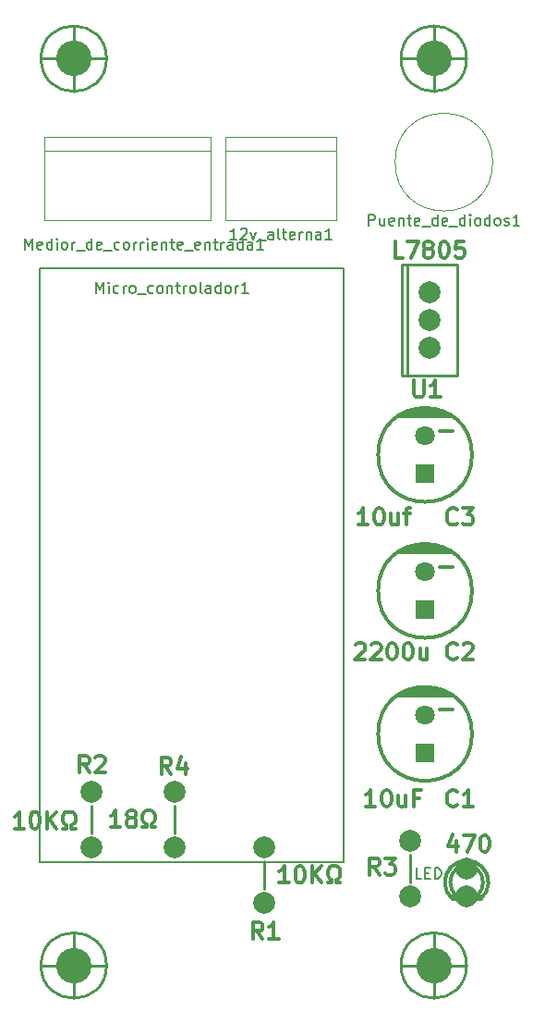
<source format=gbr>
%TF.GenerationSoftware,KiCad,Pcbnew,(6.0.4)*%
%TF.CreationDate,2022-05-06T13:14:28-03:00*%
%TF.ProjectId,kicad proyecto,6b696361-6420-4707-926f-796563746f2e,rev?*%
%TF.SameCoordinates,Original*%
%TF.FileFunction,Legend,Top*%
%TF.FilePolarity,Positive*%
%FSLAX46Y46*%
G04 Gerber Fmt 4.6, Leading zero omitted, Abs format (unit mm)*
G04 Created by KiCad (PCBNEW (6.0.4)) date 2022-05-06 13:14:28*
%MOMM*%
%LPD*%
G01*
G04 APERTURE LIST*
%ADD10C,0.304800*%
%ADD11C,0.150000*%
%ADD12C,0.200000*%
%ADD13C,0.254000*%
%ADD14C,0.300000*%
%ADD15C,0.120000*%
%ADD16C,0.127000*%
%ADD17C,0.299720*%
%ADD18C,3.250000*%
%ADD19R,1.800000X1.800000*%
%ADD20C,1.800000*%
%ADD21C,2.000000*%
%ADD22C,1.998980*%
G04 APERTURE END LIST*
D10*
%TO.C,C2*%
X141118428Y-128849285D02*
X141045856Y-128921857D01*
X140828142Y-128994428D01*
X140682999Y-128994428D01*
X140465285Y-128921857D01*
X140320142Y-128776714D01*
X140247570Y-128631571D01*
X140174999Y-128341285D01*
X140174999Y-128123571D01*
X140247570Y-127833285D01*
X140320142Y-127688142D01*
X140465285Y-127543000D01*
X140682999Y-127470428D01*
X140828142Y-127470428D01*
X141045856Y-127543000D01*
X141118428Y-127615571D01*
X141698999Y-127615571D02*
X141771570Y-127543000D01*
X141916713Y-127470428D01*
X142279570Y-127470428D01*
X142424713Y-127543000D01*
X142497285Y-127615571D01*
X142569856Y-127760714D01*
X142569856Y-127905857D01*
X142497285Y-128123571D01*
X141626428Y-128994428D01*
X142569856Y-128994428D01*
X131847428Y-127627571D02*
X131919999Y-127555000D01*
X132065142Y-127482428D01*
X132427999Y-127482428D01*
X132573142Y-127555000D01*
X132645713Y-127627571D01*
X132718285Y-127772714D01*
X132718285Y-127917857D01*
X132645713Y-128135571D01*
X131774856Y-129006428D01*
X132718285Y-129006428D01*
X133298856Y-127627571D02*
X133371428Y-127555000D01*
X133516570Y-127482428D01*
X133879428Y-127482428D01*
X134024570Y-127555000D01*
X134097142Y-127627571D01*
X134169713Y-127772714D01*
X134169713Y-127917857D01*
X134097142Y-128135571D01*
X133226285Y-129006428D01*
X134169713Y-129006428D01*
X135113142Y-127482428D02*
X135258285Y-127482428D01*
X135403428Y-127555000D01*
X135475999Y-127627571D01*
X135548570Y-127772714D01*
X135621142Y-128063000D01*
X135621142Y-128425857D01*
X135548570Y-128716142D01*
X135475999Y-128861285D01*
X135403428Y-128933857D01*
X135258285Y-129006428D01*
X135113142Y-129006428D01*
X134967999Y-128933857D01*
X134895428Y-128861285D01*
X134822856Y-128716142D01*
X134750285Y-128425857D01*
X134750285Y-128063000D01*
X134822856Y-127772714D01*
X134895428Y-127627571D01*
X134967999Y-127555000D01*
X135113142Y-127482428D01*
X136564570Y-127482428D02*
X136709713Y-127482428D01*
X136854856Y-127555000D01*
X136927428Y-127627571D01*
X136999999Y-127772714D01*
X137072570Y-128063000D01*
X137072570Y-128425857D01*
X136999999Y-128716142D01*
X136927428Y-128861285D01*
X136854856Y-128933857D01*
X136709713Y-129006428D01*
X136564570Y-129006428D01*
X136419428Y-128933857D01*
X136346856Y-128861285D01*
X136274285Y-128716142D01*
X136201713Y-128425857D01*
X136201713Y-128063000D01*
X136274285Y-127772714D01*
X136346856Y-127627571D01*
X136419428Y-127555000D01*
X136564570Y-127482428D01*
X138378856Y-127990428D02*
X138378856Y-129006428D01*
X137725713Y-127990428D02*
X137725713Y-128788714D01*
X137798285Y-128933857D01*
X137943428Y-129006428D01*
X138161142Y-129006428D01*
X138306285Y-128933857D01*
X138378856Y-128861285D01*
%TO.C,U1*%
X137188057Y-103467428D02*
X137188057Y-104701142D01*
X137260628Y-104846285D01*
X137333200Y-104918857D01*
X137478342Y-104991428D01*
X137768628Y-104991428D01*
X137913771Y-104918857D01*
X137986342Y-104846285D01*
X138058914Y-104701142D01*
X138058914Y-103467428D01*
X139582914Y-104991428D02*
X138712057Y-104991428D01*
X139147485Y-104991428D02*
X139147485Y-103467428D01*
X139002342Y-103685142D01*
X138857200Y-103830285D01*
X138712057Y-103902857D01*
X136172057Y-92240628D02*
X135446342Y-92240628D01*
X135446342Y-90716628D01*
X136534914Y-90716628D02*
X137550914Y-90716628D01*
X136897771Y-92240628D01*
X138349200Y-91369771D02*
X138204057Y-91297200D01*
X138131485Y-91224628D01*
X138058914Y-91079485D01*
X138058914Y-91006914D01*
X138131485Y-90861771D01*
X138204057Y-90789200D01*
X138349200Y-90716628D01*
X138639485Y-90716628D01*
X138784628Y-90789200D01*
X138857200Y-90861771D01*
X138929771Y-91006914D01*
X138929771Y-91079485D01*
X138857200Y-91224628D01*
X138784628Y-91297200D01*
X138639485Y-91369771D01*
X138349200Y-91369771D01*
X138204057Y-91442342D01*
X138131485Y-91514914D01*
X138058914Y-91660057D01*
X138058914Y-91950342D01*
X138131485Y-92095485D01*
X138204057Y-92168057D01*
X138349200Y-92240628D01*
X138639485Y-92240628D01*
X138784628Y-92168057D01*
X138857200Y-92095485D01*
X138929771Y-91950342D01*
X138929771Y-91660057D01*
X138857200Y-91514914D01*
X138784628Y-91442342D01*
X138639485Y-91369771D01*
X139873200Y-90716628D02*
X140018342Y-90716628D01*
X140163485Y-90789200D01*
X140236057Y-90861771D01*
X140308628Y-91006914D01*
X140381200Y-91297200D01*
X140381200Y-91660057D01*
X140308628Y-91950342D01*
X140236057Y-92095485D01*
X140163485Y-92168057D01*
X140018342Y-92240628D01*
X139873200Y-92240628D01*
X139728057Y-92168057D01*
X139655485Y-92095485D01*
X139582914Y-91950342D01*
X139510342Y-91660057D01*
X139510342Y-91297200D01*
X139582914Y-91006914D01*
X139655485Y-90861771D01*
X139728057Y-90789200D01*
X139873200Y-90716628D01*
X141760057Y-90716628D02*
X141034342Y-90716628D01*
X140961771Y-91442342D01*
X141034342Y-91369771D01*
X141179485Y-91297200D01*
X141542342Y-91297200D01*
X141687485Y-91369771D01*
X141760057Y-91442342D01*
X141832628Y-91587485D01*
X141832628Y-91950342D01*
X141760057Y-92095485D01*
X141687485Y-92168057D01*
X141542342Y-92240628D01*
X141179485Y-92240628D01*
X141034342Y-92168057D01*
X140961771Y-92095485D01*
%TO.C,R2*%
X107412000Y-139332228D02*
X106904000Y-138606514D01*
X106541142Y-139332228D02*
X106541142Y-137808228D01*
X107121714Y-137808228D01*
X107266857Y-137880800D01*
X107339428Y-137953371D01*
X107412000Y-138098514D01*
X107412000Y-138316228D01*
X107339428Y-138461371D01*
X107266857Y-138533942D01*
X107121714Y-138606514D01*
X106541142Y-138606514D01*
X107992571Y-137953371D02*
X108065142Y-137880800D01*
X108210285Y-137808228D01*
X108573142Y-137808228D01*
X108718285Y-137880800D01*
X108790857Y-137953371D01*
X108863428Y-138098514D01*
X108863428Y-138243657D01*
X108790857Y-138461371D01*
X107920000Y-139332228D01*
X108863428Y-139332228D01*
X101424857Y-144463028D02*
X100554000Y-144463028D01*
X100989428Y-144463028D02*
X100989428Y-142939028D01*
X100844285Y-143156742D01*
X100699142Y-143301885D01*
X100554000Y-143374457D01*
X102368285Y-142939028D02*
X102513428Y-142939028D01*
X102658571Y-143011600D01*
X102731142Y-143084171D01*
X102803714Y-143229314D01*
X102876285Y-143519600D01*
X102876285Y-143882457D01*
X102803714Y-144172742D01*
X102731142Y-144317885D01*
X102658571Y-144390457D01*
X102513428Y-144463028D01*
X102368285Y-144463028D01*
X102223142Y-144390457D01*
X102150571Y-144317885D01*
X102078000Y-144172742D01*
X102005428Y-143882457D01*
X102005428Y-143519600D01*
X102078000Y-143229314D01*
X102150571Y-143084171D01*
X102223142Y-143011600D01*
X102368285Y-142939028D01*
X103529428Y-144463028D02*
X103529428Y-142939028D01*
X104400285Y-144463028D02*
X103747142Y-143592171D01*
X104400285Y-142939028D02*
X103529428Y-143809885D01*
X104980857Y-144463028D02*
X105343714Y-144463028D01*
X105343714Y-144172742D01*
X105198571Y-144100171D01*
X105053428Y-143955028D01*
X104980857Y-143737314D01*
X104980857Y-143374457D01*
X105053428Y-143156742D01*
X105198571Y-143011600D01*
X105416285Y-142939028D01*
X105706571Y-142939028D01*
X105924285Y-143011600D01*
X106069428Y-143156742D01*
X106142000Y-143374457D01*
X106142000Y-143737314D01*
X106069428Y-143955028D01*
X105924285Y-144100171D01*
X105779142Y-144172742D01*
X105779142Y-144463028D01*
X106142000Y-144463028D01*
%TO.C,C1*%
X141118428Y-142311285D02*
X141045856Y-142383857D01*
X140828142Y-142456428D01*
X140682999Y-142456428D01*
X140465285Y-142383857D01*
X140320142Y-142238714D01*
X140247570Y-142093571D01*
X140174999Y-141803285D01*
X140174999Y-141585571D01*
X140247570Y-141295285D01*
X140320142Y-141150142D01*
X140465285Y-141005000D01*
X140682999Y-140932428D01*
X140828142Y-140932428D01*
X141045856Y-141005000D01*
X141118428Y-141077571D01*
X142569856Y-142456428D02*
X141698999Y-142456428D01*
X142134428Y-142456428D02*
X142134428Y-140932428D01*
X141989285Y-141150142D01*
X141844142Y-141295285D01*
X141698999Y-141367857D01*
X133643570Y-142456428D02*
X132772713Y-142456428D01*
X133208142Y-142456428D02*
X133208142Y-140932428D01*
X133062999Y-141150142D01*
X132917856Y-141295285D01*
X132772713Y-141367857D01*
X134586999Y-140932428D02*
X134732142Y-140932428D01*
X134877285Y-141005000D01*
X134949856Y-141077571D01*
X135022428Y-141222714D01*
X135094999Y-141513000D01*
X135094999Y-141875857D01*
X135022428Y-142166142D01*
X134949856Y-142311285D01*
X134877285Y-142383857D01*
X134732142Y-142456428D01*
X134586999Y-142456428D01*
X134441856Y-142383857D01*
X134369285Y-142311285D01*
X134296713Y-142166142D01*
X134224142Y-141875857D01*
X134224142Y-141513000D01*
X134296713Y-141222714D01*
X134369285Y-141077571D01*
X134441856Y-141005000D01*
X134586999Y-140932428D01*
X136401285Y-141440428D02*
X136401285Y-142456428D01*
X135748142Y-141440428D02*
X135748142Y-142238714D01*
X135820713Y-142383857D01*
X135965856Y-142456428D01*
X136183570Y-142456428D01*
X136328713Y-142383857D01*
X136401285Y-142311285D01*
X137634999Y-141658142D02*
X137126999Y-141658142D01*
X137126999Y-142456428D02*
X137126999Y-140932428D01*
X137852713Y-140932428D01*
D11*
%TO.C,Medior_de_corriente_entrada1*%
X101563047Y-91452380D02*
X101563047Y-90452380D01*
X101896380Y-91166666D01*
X102229714Y-90452380D01*
X102229714Y-91452380D01*
X103086857Y-91404761D02*
X102991619Y-91452380D01*
X102801142Y-91452380D01*
X102705904Y-91404761D01*
X102658285Y-91309523D01*
X102658285Y-90928571D01*
X102705904Y-90833333D01*
X102801142Y-90785714D01*
X102991619Y-90785714D01*
X103086857Y-90833333D01*
X103134476Y-90928571D01*
X103134476Y-91023809D01*
X102658285Y-91119047D01*
X103991619Y-91452380D02*
X103991619Y-90452380D01*
X103991619Y-91404761D02*
X103896380Y-91452380D01*
X103705904Y-91452380D01*
X103610666Y-91404761D01*
X103563047Y-91357142D01*
X103515428Y-91261904D01*
X103515428Y-90976190D01*
X103563047Y-90880952D01*
X103610666Y-90833333D01*
X103705904Y-90785714D01*
X103896380Y-90785714D01*
X103991619Y-90833333D01*
X104467809Y-91452380D02*
X104467809Y-90785714D01*
X104467809Y-90452380D02*
X104420190Y-90500000D01*
X104467809Y-90547619D01*
X104515428Y-90500000D01*
X104467809Y-90452380D01*
X104467809Y-90547619D01*
X105086857Y-91452380D02*
X104991619Y-91404761D01*
X104943999Y-91357142D01*
X104896380Y-91261904D01*
X104896380Y-90976190D01*
X104943999Y-90880952D01*
X104991619Y-90833333D01*
X105086857Y-90785714D01*
X105229714Y-90785714D01*
X105324952Y-90833333D01*
X105372571Y-90880952D01*
X105420190Y-90976190D01*
X105420190Y-91261904D01*
X105372571Y-91357142D01*
X105324952Y-91404761D01*
X105229714Y-91452380D01*
X105086857Y-91452380D01*
X105848761Y-91452380D02*
X105848761Y-90785714D01*
X105848761Y-90976190D02*
X105896380Y-90880952D01*
X105943999Y-90833333D01*
X106039238Y-90785714D01*
X106134476Y-90785714D01*
X106229714Y-91547619D02*
X106991619Y-91547619D01*
X107658285Y-91452380D02*
X107658285Y-90452380D01*
X107658285Y-91404761D02*
X107563047Y-91452380D01*
X107372571Y-91452380D01*
X107277333Y-91404761D01*
X107229714Y-91357142D01*
X107182095Y-91261904D01*
X107182095Y-90976190D01*
X107229714Y-90880952D01*
X107277333Y-90833333D01*
X107372571Y-90785714D01*
X107563047Y-90785714D01*
X107658285Y-90833333D01*
X108515428Y-91404761D02*
X108420190Y-91452380D01*
X108229714Y-91452380D01*
X108134476Y-91404761D01*
X108086857Y-91309523D01*
X108086857Y-90928571D01*
X108134476Y-90833333D01*
X108229714Y-90785714D01*
X108420190Y-90785714D01*
X108515428Y-90833333D01*
X108563047Y-90928571D01*
X108563047Y-91023809D01*
X108086857Y-91119047D01*
X108753523Y-91547619D02*
X109515428Y-91547619D01*
X110182095Y-91404761D02*
X110086857Y-91452380D01*
X109896380Y-91452380D01*
X109801142Y-91404761D01*
X109753523Y-91357142D01*
X109705904Y-91261904D01*
X109705904Y-90976190D01*
X109753523Y-90880952D01*
X109801142Y-90833333D01*
X109896380Y-90785714D01*
X110086857Y-90785714D01*
X110182095Y-90833333D01*
X110753523Y-91452380D02*
X110658285Y-91404761D01*
X110610666Y-91357142D01*
X110563047Y-91261904D01*
X110563047Y-90976190D01*
X110610666Y-90880952D01*
X110658285Y-90833333D01*
X110753523Y-90785714D01*
X110896380Y-90785714D01*
X110991619Y-90833333D01*
X111039238Y-90880952D01*
X111086857Y-90976190D01*
X111086857Y-91261904D01*
X111039238Y-91357142D01*
X110991619Y-91404761D01*
X110896380Y-91452380D01*
X110753523Y-91452380D01*
X111515428Y-91452380D02*
X111515428Y-90785714D01*
X111515428Y-90976190D02*
X111563047Y-90880952D01*
X111610666Y-90833333D01*
X111705904Y-90785714D01*
X111801142Y-90785714D01*
X112134476Y-91452380D02*
X112134476Y-90785714D01*
X112134476Y-90976190D02*
X112182095Y-90880952D01*
X112229714Y-90833333D01*
X112324952Y-90785714D01*
X112420190Y-90785714D01*
X112753523Y-91452380D02*
X112753523Y-90785714D01*
X112753523Y-90452380D02*
X112705904Y-90500000D01*
X112753523Y-90547619D01*
X112801142Y-90500000D01*
X112753523Y-90452380D01*
X112753523Y-90547619D01*
X113610666Y-91404761D02*
X113515428Y-91452380D01*
X113324952Y-91452380D01*
X113229714Y-91404761D01*
X113182095Y-91309523D01*
X113182095Y-90928571D01*
X113229714Y-90833333D01*
X113324952Y-90785714D01*
X113515428Y-90785714D01*
X113610666Y-90833333D01*
X113658285Y-90928571D01*
X113658285Y-91023809D01*
X113182095Y-91119047D01*
X114086857Y-90785714D02*
X114086857Y-91452380D01*
X114086857Y-90880952D02*
X114134476Y-90833333D01*
X114229714Y-90785714D01*
X114372571Y-90785714D01*
X114467809Y-90833333D01*
X114515428Y-90928571D01*
X114515428Y-91452380D01*
X114848761Y-90785714D02*
X115229714Y-90785714D01*
X114991619Y-90452380D02*
X114991619Y-91309523D01*
X115039238Y-91404761D01*
X115134476Y-91452380D01*
X115229714Y-91452380D01*
X115944000Y-91404761D02*
X115848761Y-91452380D01*
X115658285Y-91452380D01*
X115563047Y-91404761D01*
X115515428Y-91309523D01*
X115515428Y-90928571D01*
X115563047Y-90833333D01*
X115658285Y-90785714D01*
X115848761Y-90785714D01*
X115944000Y-90833333D01*
X115991619Y-90928571D01*
X115991619Y-91023809D01*
X115515428Y-91119047D01*
X116182095Y-91547619D02*
X116943999Y-91547619D01*
X117563047Y-91404761D02*
X117467809Y-91452380D01*
X117277333Y-91452380D01*
X117182095Y-91404761D01*
X117134476Y-91309523D01*
X117134476Y-90928571D01*
X117182095Y-90833333D01*
X117277333Y-90785714D01*
X117467809Y-90785714D01*
X117563047Y-90833333D01*
X117610666Y-90928571D01*
X117610666Y-91023809D01*
X117134476Y-91119047D01*
X118039238Y-90785714D02*
X118039238Y-91452380D01*
X118039238Y-90880952D02*
X118086857Y-90833333D01*
X118182095Y-90785714D01*
X118324952Y-90785714D01*
X118420190Y-90833333D01*
X118467809Y-90928571D01*
X118467809Y-91452380D01*
X118801142Y-90785714D02*
X119182095Y-90785714D01*
X118943999Y-90452380D02*
X118943999Y-91309523D01*
X118991619Y-91404761D01*
X119086857Y-91452380D01*
X119182095Y-91452380D01*
X119515428Y-91452380D02*
X119515428Y-90785714D01*
X119515428Y-90976190D02*
X119563047Y-90880952D01*
X119610666Y-90833333D01*
X119705904Y-90785714D01*
X119801142Y-90785714D01*
X120563047Y-91452380D02*
X120563047Y-90928571D01*
X120515428Y-90833333D01*
X120420190Y-90785714D01*
X120229714Y-90785714D01*
X120134476Y-90833333D01*
X120563047Y-91404761D02*
X120467809Y-91452380D01*
X120229714Y-91452380D01*
X120134476Y-91404761D01*
X120086857Y-91309523D01*
X120086857Y-91214285D01*
X120134476Y-91119047D01*
X120229714Y-91071428D01*
X120467809Y-91071428D01*
X120563047Y-91023809D01*
X121467809Y-91452380D02*
X121467809Y-90452380D01*
X121467809Y-91404761D02*
X121372571Y-91452380D01*
X121182095Y-91452380D01*
X121086857Y-91404761D01*
X121039238Y-91357142D01*
X120991619Y-91261904D01*
X120991619Y-90976190D01*
X121039238Y-90880952D01*
X121086857Y-90833333D01*
X121182095Y-90785714D01*
X121372571Y-90785714D01*
X121467809Y-90833333D01*
X122372571Y-91452380D02*
X122372571Y-90928571D01*
X122324952Y-90833333D01*
X122229714Y-90785714D01*
X122039238Y-90785714D01*
X121943999Y-90833333D01*
X122372571Y-91404761D02*
X122277333Y-91452380D01*
X122039238Y-91452380D01*
X121943999Y-91404761D01*
X121896380Y-91309523D01*
X121896380Y-91214285D01*
X121943999Y-91119047D01*
X122039238Y-91071428D01*
X122277333Y-91071428D01*
X122372571Y-91023809D01*
X123372571Y-91452380D02*
X122801142Y-91452380D01*
X123086857Y-91452380D02*
X123086857Y-90452380D01*
X122991619Y-90595238D01*
X122896380Y-90690476D01*
X122801142Y-90738095D01*
D10*
%TO.C,R3*%
X134006428Y-148689428D02*
X133498428Y-147963714D01*
X133135570Y-148689428D02*
X133135570Y-147165428D01*
X133716142Y-147165428D01*
X133861285Y-147238000D01*
X133933856Y-147310571D01*
X134006428Y-147455714D01*
X134006428Y-147673428D01*
X133933856Y-147818571D01*
X133861285Y-147891142D01*
X133716142Y-147963714D01*
X133135570Y-147963714D01*
X134514428Y-147165428D02*
X135457856Y-147165428D01*
X134949856Y-147746000D01*
X135167570Y-147746000D01*
X135312713Y-147818571D01*
X135385285Y-147891142D01*
X135457856Y-148036285D01*
X135457856Y-148399142D01*
X135385285Y-148544285D01*
X135312713Y-148616857D01*
X135167570Y-148689428D01*
X134732142Y-148689428D01*
X134586999Y-148616857D01*
X134514428Y-148544285D01*
X141048857Y-145580628D02*
X141048857Y-146596628D01*
X140686000Y-145000057D02*
X140323142Y-146088628D01*
X141266571Y-146088628D01*
X141702000Y-145072628D02*
X142718000Y-145072628D01*
X142064857Y-146596628D01*
X143588857Y-145072628D02*
X143734000Y-145072628D01*
X143879142Y-145145200D01*
X143951714Y-145217771D01*
X144024285Y-145362914D01*
X144096857Y-145653200D01*
X144096857Y-146016057D01*
X144024285Y-146306342D01*
X143951714Y-146451485D01*
X143879142Y-146524057D01*
X143734000Y-146596628D01*
X143588857Y-146596628D01*
X143443714Y-146524057D01*
X143371142Y-146451485D01*
X143298571Y-146306342D01*
X143226000Y-146016057D01*
X143226000Y-145653200D01*
X143298571Y-145362914D01*
X143371142Y-145217771D01*
X143443714Y-145145200D01*
X143588857Y-145072628D01*
%TO.C,C3*%
X141118428Y-116530285D02*
X141045856Y-116602857D01*
X140828142Y-116675428D01*
X140682999Y-116675428D01*
X140465285Y-116602857D01*
X140320142Y-116457714D01*
X140247570Y-116312571D01*
X140174999Y-116022285D01*
X140174999Y-115804571D01*
X140247570Y-115514285D01*
X140320142Y-115369142D01*
X140465285Y-115224000D01*
X140682999Y-115151428D01*
X140828142Y-115151428D01*
X141045856Y-115224000D01*
X141118428Y-115296571D01*
X141626428Y-115151428D02*
X142569856Y-115151428D01*
X142061856Y-115732000D01*
X142279570Y-115732000D01*
X142424713Y-115804571D01*
X142497285Y-115877142D01*
X142569856Y-116022285D01*
X142569856Y-116385142D01*
X142497285Y-116530285D01*
X142424713Y-116602857D01*
X142279570Y-116675428D01*
X141844142Y-116675428D01*
X141698999Y-116602857D01*
X141626428Y-116530285D01*
X132972285Y-116675428D02*
X132101428Y-116675428D01*
X132536856Y-116675428D02*
X132536856Y-115151428D01*
X132391713Y-115369142D01*
X132246570Y-115514285D01*
X132101428Y-115586857D01*
X133915713Y-115151428D02*
X134060856Y-115151428D01*
X134205999Y-115224000D01*
X134278570Y-115296571D01*
X134351142Y-115441714D01*
X134423713Y-115732000D01*
X134423713Y-116094857D01*
X134351142Y-116385142D01*
X134278570Y-116530285D01*
X134205999Y-116602857D01*
X134060856Y-116675428D01*
X133915713Y-116675428D01*
X133770570Y-116602857D01*
X133697999Y-116530285D01*
X133625428Y-116385142D01*
X133552856Y-116094857D01*
X133552856Y-115732000D01*
X133625428Y-115441714D01*
X133697999Y-115296571D01*
X133770570Y-115224000D01*
X133915713Y-115151428D01*
X135729999Y-115659428D02*
X135729999Y-116675428D01*
X135076856Y-115659428D02*
X135076856Y-116457714D01*
X135149428Y-116602857D01*
X135294570Y-116675428D01*
X135512285Y-116675428D01*
X135657428Y-116602857D01*
X135729999Y-116530285D01*
X136237999Y-115659428D02*
X136818570Y-115659428D01*
X136455713Y-116675428D02*
X136455713Y-115369142D01*
X136528285Y-115224000D01*
X136673428Y-115151428D01*
X136818570Y-115151428D01*
%TO.C,R4*%
X114930400Y-139484628D02*
X114422400Y-138758914D01*
X114059542Y-139484628D02*
X114059542Y-137960628D01*
X114640114Y-137960628D01*
X114785257Y-138033200D01*
X114857828Y-138105771D01*
X114930400Y-138250914D01*
X114930400Y-138468628D01*
X114857828Y-138613771D01*
X114785257Y-138686342D01*
X114640114Y-138758914D01*
X114059542Y-138758914D01*
X116236685Y-138468628D02*
X116236685Y-139484628D01*
X115873828Y-137888057D02*
X115510971Y-138976628D01*
X116454400Y-138976628D01*
X110264057Y-144361428D02*
X109393200Y-144361428D01*
X109828628Y-144361428D02*
X109828628Y-142837428D01*
X109683485Y-143055142D01*
X109538342Y-143200285D01*
X109393200Y-143272857D01*
X111134914Y-143490571D02*
X110989771Y-143418000D01*
X110917200Y-143345428D01*
X110844628Y-143200285D01*
X110844628Y-143127714D01*
X110917200Y-142982571D01*
X110989771Y-142910000D01*
X111134914Y-142837428D01*
X111425200Y-142837428D01*
X111570342Y-142910000D01*
X111642914Y-142982571D01*
X111715485Y-143127714D01*
X111715485Y-143200285D01*
X111642914Y-143345428D01*
X111570342Y-143418000D01*
X111425200Y-143490571D01*
X111134914Y-143490571D01*
X110989771Y-143563142D01*
X110917200Y-143635714D01*
X110844628Y-143780857D01*
X110844628Y-144071142D01*
X110917200Y-144216285D01*
X110989771Y-144288857D01*
X111134914Y-144361428D01*
X111425200Y-144361428D01*
X111570342Y-144288857D01*
X111642914Y-144216285D01*
X111715485Y-144071142D01*
X111715485Y-143780857D01*
X111642914Y-143635714D01*
X111570342Y-143563142D01*
X111425200Y-143490571D01*
X112296057Y-144361428D02*
X112658914Y-144361428D01*
X112658914Y-144071142D01*
X112513771Y-143998571D01*
X112368628Y-143853428D01*
X112296057Y-143635714D01*
X112296057Y-143272857D01*
X112368628Y-143055142D01*
X112513771Y-142910000D01*
X112731485Y-142837428D01*
X113021771Y-142837428D01*
X113239485Y-142910000D01*
X113384628Y-143055142D01*
X113457200Y-143272857D01*
X113457200Y-143635714D01*
X113384628Y-143853428D01*
X113239485Y-143998571D01*
X113094342Y-144071142D01*
X113094342Y-144361428D01*
X113457200Y-144361428D01*
D11*
%TO.C,Micro_controlador1*%
X108068754Y-95452555D02*
X108068754Y-94452169D01*
X108402216Y-95166731D01*
X108735678Y-94452169D01*
X108735678Y-95452555D01*
X109212052Y-95452555D02*
X109212052Y-94785631D01*
X109212052Y-94452169D02*
X109164415Y-94499807D01*
X109212052Y-94547444D01*
X109259689Y-94499807D01*
X109212052Y-94452169D01*
X109212052Y-94547444D01*
X110117163Y-95404918D02*
X110021888Y-95452555D01*
X109831339Y-95452555D01*
X109736064Y-95404918D01*
X109688426Y-95357280D01*
X109640789Y-95262005D01*
X109640789Y-94976181D01*
X109688426Y-94880906D01*
X109736064Y-94833269D01*
X109831339Y-94785631D01*
X110021888Y-94785631D01*
X110117163Y-94833269D01*
X110545900Y-95452555D02*
X110545900Y-94785631D01*
X110545900Y-94976181D02*
X110593537Y-94880906D01*
X110641175Y-94833269D01*
X110736450Y-94785631D01*
X110831725Y-94785631D01*
X111308099Y-95452555D02*
X111212824Y-95404918D01*
X111165187Y-95357280D01*
X111117549Y-95262005D01*
X111117549Y-94976181D01*
X111165187Y-94880906D01*
X111212824Y-94833269D01*
X111308099Y-94785631D01*
X111451011Y-94785631D01*
X111546286Y-94833269D01*
X111593923Y-94880906D01*
X111641561Y-94976181D01*
X111641561Y-95262005D01*
X111593923Y-95357280D01*
X111546286Y-95404918D01*
X111451011Y-95452555D01*
X111308099Y-95452555D01*
X111832111Y-95547830D02*
X112594309Y-95547830D01*
X113261233Y-95404918D02*
X113165959Y-95452555D01*
X112975409Y-95452555D01*
X112880134Y-95404918D01*
X112832497Y-95357280D01*
X112784859Y-95262005D01*
X112784859Y-94976181D01*
X112832497Y-94880906D01*
X112880134Y-94833269D01*
X112975409Y-94785631D01*
X113165959Y-94785631D01*
X113261233Y-94833269D01*
X113832883Y-95452555D02*
X113737608Y-95404918D01*
X113689970Y-95357280D01*
X113642333Y-95262005D01*
X113642333Y-94976181D01*
X113689970Y-94880906D01*
X113737608Y-94833269D01*
X113832883Y-94785631D01*
X113975795Y-94785631D01*
X114071070Y-94833269D01*
X114118707Y-94880906D01*
X114166345Y-94976181D01*
X114166345Y-95262005D01*
X114118707Y-95357280D01*
X114071070Y-95404918D01*
X113975795Y-95452555D01*
X113832883Y-95452555D01*
X114595081Y-94785631D02*
X114595081Y-95452555D01*
X114595081Y-94880906D02*
X114642719Y-94833269D01*
X114737994Y-94785631D01*
X114880906Y-94785631D01*
X114976181Y-94833269D01*
X115023818Y-94928543D01*
X115023818Y-95452555D01*
X115357280Y-94785631D02*
X115738380Y-94785631D01*
X115500193Y-94452169D02*
X115500193Y-95309643D01*
X115547830Y-95404918D01*
X115643105Y-95452555D01*
X115738380Y-95452555D01*
X116071842Y-95452555D02*
X116071842Y-94785631D01*
X116071842Y-94976181D02*
X116119479Y-94880906D01*
X116167117Y-94833269D01*
X116262391Y-94785631D01*
X116357666Y-94785631D01*
X116834041Y-95452555D02*
X116738766Y-95404918D01*
X116691128Y-95357280D01*
X116643491Y-95262005D01*
X116643491Y-94976181D01*
X116691128Y-94880906D01*
X116738766Y-94833269D01*
X116834041Y-94785631D01*
X116976953Y-94785631D01*
X117072228Y-94833269D01*
X117119865Y-94880906D01*
X117167503Y-94976181D01*
X117167503Y-95262005D01*
X117119865Y-95357280D01*
X117072228Y-95404918D01*
X116976953Y-95452555D01*
X116834041Y-95452555D01*
X117739152Y-95452555D02*
X117643877Y-95404918D01*
X117596239Y-95309643D01*
X117596239Y-94452169D01*
X118548988Y-95452555D02*
X118548988Y-94928543D01*
X118501351Y-94833269D01*
X118406076Y-94785631D01*
X118215526Y-94785631D01*
X118120251Y-94833269D01*
X118548988Y-95404918D02*
X118453713Y-95452555D01*
X118215526Y-95452555D01*
X118120251Y-95404918D01*
X118072614Y-95309643D01*
X118072614Y-95214368D01*
X118120251Y-95119093D01*
X118215526Y-95071456D01*
X118453713Y-95071456D01*
X118548988Y-95023818D01*
X119454099Y-95452555D02*
X119454099Y-94452169D01*
X119454099Y-95404918D02*
X119358824Y-95452555D01*
X119168275Y-95452555D01*
X119073000Y-95404918D01*
X119025362Y-95357280D01*
X118977725Y-95262005D01*
X118977725Y-94976181D01*
X119025362Y-94880906D01*
X119073000Y-94833269D01*
X119168275Y-94785631D01*
X119358824Y-94785631D01*
X119454099Y-94833269D01*
X120073386Y-95452555D02*
X119978111Y-95404918D01*
X119930473Y-95357280D01*
X119882836Y-95262005D01*
X119882836Y-94976181D01*
X119930473Y-94880906D01*
X119978111Y-94833269D01*
X120073386Y-94785631D01*
X120216298Y-94785631D01*
X120311573Y-94833269D01*
X120359210Y-94880906D01*
X120406848Y-94976181D01*
X120406848Y-95262005D01*
X120359210Y-95357280D01*
X120311573Y-95404918D01*
X120216298Y-95452555D01*
X120073386Y-95452555D01*
X120835585Y-95452555D02*
X120835585Y-94785631D01*
X120835585Y-94976181D02*
X120883222Y-94880906D01*
X120930859Y-94833269D01*
X121026134Y-94785631D01*
X121121409Y-94785631D01*
X121978883Y-95452555D02*
X121407234Y-95452555D01*
X121693058Y-95452555D02*
X121693058Y-94452169D01*
X121597783Y-94595081D01*
X121502509Y-94690356D01*
X121407234Y-94737994D01*
%TO.C,12v_alterna1*%
X120928571Y-90532380D02*
X120357142Y-90532380D01*
X120642857Y-90532380D02*
X120642857Y-89532380D01*
X120547619Y-89675238D01*
X120452380Y-89770476D01*
X120357142Y-89818095D01*
X121309523Y-89627619D02*
X121357142Y-89580000D01*
X121452380Y-89532380D01*
X121690476Y-89532380D01*
X121785714Y-89580000D01*
X121833333Y-89627619D01*
X121880952Y-89722857D01*
X121880952Y-89818095D01*
X121833333Y-89960952D01*
X121261904Y-90532380D01*
X121880952Y-90532380D01*
X122214285Y-89865714D02*
X122452380Y-90532380D01*
X122690476Y-89865714D01*
X122833333Y-90627619D02*
X123595238Y-90627619D01*
X124261904Y-90532380D02*
X124261904Y-90008571D01*
X124214285Y-89913333D01*
X124119047Y-89865714D01*
X123928571Y-89865714D01*
X123833333Y-89913333D01*
X124261904Y-90484761D02*
X124166666Y-90532380D01*
X123928571Y-90532380D01*
X123833333Y-90484761D01*
X123785714Y-90389523D01*
X123785714Y-90294285D01*
X123833333Y-90199047D01*
X123928571Y-90151428D01*
X124166666Y-90151428D01*
X124261904Y-90103809D01*
X124880952Y-90532380D02*
X124785714Y-90484761D01*
X124738095Y-90389523D01*
X124738095Y-89532380D01*
X125119047Y-89865714D02*
X125500000Y-89865714D01*
X125261904Y-89532380D02*
X125261904Y-90389523D01*
X125309523Y-90484761D01*
X125404761Y-90532380D01*
X125500000Y-90532380D01*
X126214285Y-90484761D02*
X126119047Y-90532380D01*
X125928571Y-90532380D01*
X125833333Y-90484761D01*
X125785714Y-90389523D01*
X125785714Y-90008571D01*
X125833333Y-89913333D01*
X125928571Y-89865714D01*
X126119047Y-89865714D01*
X126214285Y-89913333D01*
X126261904Y-90008571D01*
X126261904Y-90103809D01*
X125785714Y-90199047D01*
X126690476Y-90532380D02*
X126690476Y-89865714D01*
X126690476Y-90056190D02*
X126738095Y-89960952D01*
X126785714Y-89913333D01*
X126880952Y-89865714D01*
X126976190Y-89865714D01*
X127309523Y-89865714D02*
X127309523Y-90532380D01*
X127309523Y-89960952D02*
X127357142Y-89913333D01*
X127452380Y-89865714D01*
X127595238Y-89865714D01*
X127690476Y-89913333D01*
X127738095Y-90008571D01*
X127738095Y-90532380D01*
X128642857Y-90532380D02*
X128642857Y-90008571D01*
X128595238Y-89913333D01*
X128500000Y-89865714D01*
X128309523Y-89865714D01*
X128214285Y-89913333D01*
X128642857Y-90484761D02*
X128547619Y-90532380D01*
X128309523Y-90532380D01*
X128214285Y-90484761D01*
X128166666Y-90389523D01*
X128166666Y-90294285D01*
X128214285Y-90199047D01*
X128309523Y-90151428D01*
X128547619Y-90151428D01*
X128642857Y-90103809D01*
X129642857Y-90532380D02*
X129071428Y-90532380D01*
X129357142Y-90532380D02*
X129357142Y-89532380D01*
X129261904Y-89675238D01*
X129166666Y-89770476D01*
X129071428Y-89818095D01*
D10*
%TO.C,R1*%
X123314000Y-154572228D02*
X122806000Y-153846514D01*
X122443142Y-154572228D02*
X122443142Y-153048228D01*
X123023714Y-153048228D01*
X123168857Y-153120800D01*
X123241428Y-153193371D01*
X123314000Y-153338514D01*
X123314000Y-153556228D01*
X123241428Y-153701371D01*
X123168857Y-153773942D01*
X123023714Y-153846514D01*
X122443142Y-153846514D01*
X124765428Y-154572228D02*
X123894571Y-154572228D01*
X124330000Y-154572228D02*
X124330000Y-153048228D01*
X124184857Y-153265942D01*
X124039714Y-153411085D01*
X123894571Y-153483657D01*
X125708857Y-149441428D02*
X124838000Y-149441428D01*
X125273428Y-149441428D02*
X125273428Y-147917428D01*
X125128285Y-148135142D01*
X124983142Y-148280285D01*
X124838000Y-148352857D01*
X126652285Y-147917428D02*
X126797428Y-147917428D01*
X126942571Y-147990000D01*
X127015142Y-148062571D01*
X127087714Y-148207714D01*
X127160285Y-148498000D01*
X127160285Y-148860857D01*
X127087714Y-149151142D01*
X127015142Y-149296285D01*
X126942571Y-149368857D01*
X126797428Y-149441428D01*
X126652285Y-149441428D01*
X126507142Y-149368857D01*
X126434571Y-149296285D01*
X126362000Y-149151142D01*
X126289428Y-148860857D01*
X126289428Y-148498000D01*
X126362000Y-148207714D01*
X126434571Y-148062571D01*
X126507142Y-147990000D01*
X126652285Y-147917428D01*
X127813428Y-149441428D02*
X127813428Y-147917428D01*
X128684285Y-149441428D02*
X128031142Y-148570571D01*
X128684285Y-147917428D02*
X127813428Y-148788285D01*
X129264857Y-149441428D02*
X129627714Y-149441428D01*
X129627714Y-149151142D01*
X129482571Y-149078571D01*
X129337428Y-148933428D01*
X129264857Y-148715714D01*
X129264857Y-148352857D01*
X129337428Y-148135142D01*
X129482571Y-147990000D01*
X129700285Y-147917428D01*
X129990571Y-147917428D01*
X130208285Y-147990000D01*
X130353428Y-148135142D01*
X130426000Y-148352857D01*
X130426000Y-148715714D01*
X130353428Y-148933428D01*
X130208285Y-149078571D01*
X130063142Y-149151142D01*
X130063142Y-149441428D01*
X130426000Y-149441428D01*
D11*
%TO.C,Puente_de_diodos1*%
X133043047Y-89260380D02*
X133043047Y-88260380D01*
X133424000Y-88260380D01*
X133519238Y-88308000D01*
X133566857Y-88355619D01*
X133614476Y-88450857D01*
X133614476Y-88593714D01*
X133566857Y-88688952D01*
X133519238Y-88736571D01*
X133424000Y-88784190D01*
X133043047Y-88784190D01*
X134471619Y-88593714D02*
X134471619Y-89260380D01*
X134043047Y-88593714D02*
X134043047Y-89117523D01*
X134090666Y-89212761D01*
X134185904Y-89260380D01*
X134328761Y-89260380D01*
X134424000Y-89212761D01*
X134471619Y-89165142D01*
X135328761Y-89212761D02*
X135233523Y-89260380D01*
X135043047Y-89260380D01*
X134947809Y-89212761D01*
X134900190Y-89117523D01*
X134900190Y-88736571D01*
X134947809Y-88641333D01*
X135043047Y-88593714D01*
X135233523Y-88593714D01*
X135328761Y-88641333D01*
X135376380Y-88736571D01*
X135376380Y-88831809D01*
X134900190Y-88927047D01*
X135804952Y-88593714D02*
X135804952Y-89260380D01*
X135804952Y-88688952D02*
X135852571Y-88641333D01*
X135947809Y-88593714D01*
X136090666Y-88593714D01*
X136185904Y-88641333D01*
X136233523Y-88736571D01*
X136233523Y-89260380D01*
X136566857Y-88593714D02*
X136947809Y-88593714D01*
X136709714Y-88260380D02*
X136709714Y-89117523D01*
X136757333Y-89212761D01*
X136852571Y-89260380D01*
X136947809Y-89260380D01*
X137662095Y-89212761D02*
X137566857Y-89260380D01*
X137376380Y-89260380D01*
X137281142Y-89212761D01*
X137233523Y-89117523D01*
X137233523Y-88736571D01*
X137281142Y-88641333D01*
X137376380Y-88593714D01*
X137566857Y-88593714D01*
X137662095Y-88641333D01*
X137709714Y-88736571D01*
X137709714Y-88831809D01*
X137233523Y-88927047D01*
X137900190Y-89355619D02*
X138662095Y-89355619D01*
X139328761Y-89260380D02*
X139328761Y-88260380D01*
X139328761Y-89212761D02*
X139233523Y-89260380D01*
X139043047Y-89260380D01*
X138947809Y-89212761D01*
X138900190Y-89165142D01*
X138852571Y-89069904D01*
X138852571Y-88784190D01*
X138900190Y-88688952D01*
X138947809Y-88641333D01*
X139043047Y-88593714D01*
X139233523Y-88593714D01*
X139328761Y-88641333D01*
X140185904Y-89212761D02*
X140090666Y-89260380D01*
X139900190Y-89260380D01*
X139804952Y-89212761D01*
X139757333Y-89117523D01*
X139757333Y-88736571D01*
X139804952Y-88641333D01*
X139900190Y-88593714D01*
X140090666Y-88593714D01*
X140185904Y-88641333D01*
X140233523Y-88736571D01*
X140233523Y-88831809D01*
X139757333Y-88927047D01*
X140424000Y-89355619D02*
X141185904Y-89355619D01*
X141852571Y-89260380D02*
X141852571Y-88260380D01*
X141852571Y-89212761D02*
X141757333Y-89260380D01*
X141566857Y-89260380D01*
X141471619Y-89212761D01*
X141424000Y-89165142D01*
X141376380Y-89069904D01*
X141376380Y-88784190D01*
X141424000Y-88688952D01*
X141471619Y-88641333D01*
X141566857Y-88593714D01*
X141757333Y-88593714D01*
X141852571Y-88641333D01*
X142328761Y-89260380D02*
X142328761Y-88593714D01*
X142328761Y-88260380D02*
X142281142Y-88308000D01*
X142328761Y-88355619D01*
X142376380Y-88308000D01*
X142328761Y-88260380D01*
X142328761Y-88355619D01*
X142947809Y-89260380D02*
X142852571Y-89212761D01*
X142804952Y-89165142D01*
X142757333Y-89069904D01*
X142757333Y-88784190D01*
X142804952Y-88688952D01*
X142852571Y-88641333D01*
X142947809Y-88593714D01*
X143090666Y-88593714D01*
X143185904Y-88641333D01*
X143233523Y-88688952D01*
X143281142Y-88784190D01*
X143281142Y-89069904D01*
X143233523Y-89165142D01*
X143185904Y-89212761D01*
X143090666Y-89260380D01*
X142947809Y-89260380D01*
X144138285Y-89260380D02*
X144138285Y-88260380D01*
X144138285Y-89212761D02*
X144043047Y-89260380D01*
X143852571Y-89260380D01*
X143757333Y-89212761D01*
X143709714Y-89165142D01*
X143662095Y-89069904D01*
X143662095Y-88784190D01*
X143709714Y-88688952D01*
X143757333Y-88641333D01*
X143852571Y-88593714D01*
X144043047Y-88593714D01*
X144138285Y-88641333D01*
X144757333Y-89260380D02*
X144662095Y-89212761D01*
X144614476Y-89165142D01*
X144566857Y-89069904D01*
X144566857Y-88784190D01*
X144614476Y-88688952D01*
X144662095Y-88641333D01*
X144757333Y-88593714D01*
X144900190Y-88593714D01*
X144995428Y-88641333D01*
X145043047Y-88688952D01*
X145090666Y-88784190D01*
X145090666Y-89069904D01*
X145043047Y-89165142D01*
X144995428Y-89212761D01*
X144900190Y-89260380D01*
X144757333Y-89260380D01*
X145471619Y-89212761D02*
X145566857Y-89260380D01*
X145757333Y-89260380D01*
X145852571Y-89212761D01*
X145900190Y-89117523D01*
X145900190Y-89069904D01*
X145852571Y-88974666D01*
X145757333Y-88927047D01*
X145614476Y-88927047D01*
X145519238Y-88879428D01*
X145471619Y-88784190D01*
X145471619Y-88736571D01*
X145519238Y-88641333D01*
X145614476Y-88593714D01*
X145757333Y-88593714D01*
X145852571Y-88641333D01*
X146852571Y-89260380D02*
X146281142Y-89260380D01*
X146566857Y-89260380D02*
X146566857Y-88260380D01*
X146471619Y-88403238D01*
X146376380Y-88498476D01*
X146281142Y-88546095D01*
D12*
%TO.C,D5*%
X137858742Y-149051980D02*
X137382552Y-149051980D01*
X137382552Y-148051980D01*
X138192076Y-148528171D02*
X138525409Y-148528171D01*
X138668266Y-149051980D02*
X138192076Y-149051980D01*
X138192076Y-148051980D01*
X138668266Y-148051980D01*
X139096838Y-149051980D02*
X139096838Y-148051980D01*
X139334933Y-148051980D01*
X139477790Y-148099600D01*
X139573028Y-148194838D01*
X139620647Y-148290076D01*
X139668266Y-148480552D01*
X139668266Y-148623409D01*
X139620647Y-148813885D01*
X139573028Y-148909123D01*
X139477790Y-149004361D01*
X139334933Y-149051980D01*
X139096838Y-149051980D01*
D13*
%TO.C,H1*%
X139000000Y-160000000D02*
X139000000Y-154000000D01*
X142000000Y-157000000D02*
X136000000Y-157000000D01*
X142000000Y-157000000D02*
G75*
G03*
X142000000Y-157000000I-3000000J0D01*
G01*
%TO.C,H4*%
X109000000Y-157000000D02*
X103000000Y-157000000D01*
X106000000Y-160000000D02*
X106000000Y-154000000D01*
X109000000Y-157000000D02*
G75*
G03*
X109000000Y-157000000I-3000000J0D01*
G01*
D10*
%TO.C,C2*%
X136397428Y-119017000D02*
X139997428Y-119017000D01*
X135797428Y-119217000D02*
X140597428Y-119217000D01*
X137397428Y-118617000D02*
X139097428Y-118617000D01*
X136797428Y-118817000D02*
X139597428Y-118817000D01*
D14*
X139497428Y-120517000D02*
X140697428Y-120517000D01*
D10*
X142497428Y-122717000D02*
G75*
G03*
X142497428Y-122717000I-4300000J0D01*
G01*
D13*
%TO.C,U1*%
X141118428Y-103032000D02*
X141118428Y-92872000D01*
X137308428Y-103032000D02*
X141118428Y-103032000D01*
X141118428Y-92872000D02*
X136038428Y-92872000D01*
X136038428Y-92872000D02*
X136038428Y-103032000D01*
X136546428Y-103032000D02*
X136546428Y-92872000D01*
X136038428Y-103032000D02*
X137308428Y-103032000D01*
%TO.C,R2*%
X107590428Y-142402000D02*
X107590428Y-144942000D01*
D10*
X107971428Y-141132000D02*
G75*
G03*
X107971428Y-141132000I-381000J0D01*
G01*
D14*
%TO.C,C1*%
X139497428Y-133598000D02*
X140697428Y-133598000D01*
D10*
X135797428Y-132298000D02*
X140597428Y-132298000D01*
X136397428Y-132098000D02*
X139997428Y-132098000D01*
X137397428Y-131698000D02*
X139097428Y-131698000D01*
X136797428Y-131898000D02*
X139597428Y-131898000D01*
X142497428Y-135798000D02*
G75*
G03*
X142497428Y-135798000I-4300000J0D01*
G01*
D15*
%TO.C,Medior_de_corriente_entrada1*%
X118540000Y-88810000D02*
X103300000Y-88810000D01*
X118540000Y-81190000D02*
X103300000Y-81190000D01*
X103300000Y-81190000D02*
X103300000Y-88810000D01*
X118540000Y-81190000D02*
X118540000Y-88810000D01*
X118540000Y-82460000D02*
X103300000Y-82460000D01*
D13*
%TO.C,H2*%
X106000000Y-77000000D02*
X106000000Y-71000000D01*
X109000000Y-74000000D02*
X103000000Y-74000000D01*
X109000000Y-74000000D02*
G75*
G03*
X109000000Y-74000000I-3000000J0D01*
G01*
%TO.C,R3*%
X136800428Y-146847000D02*
X136800428Y-149387000D01*
D10*
X137181428Y-145577000D02*
G75*
G03*
X137181428Y-145577000I-381000J0D01*
G01*
D14*
%TO.C,C3*%
X139497428Y-108071000D02*
X140697428Y-108071000D01*
D10*
X135797428Y-106771000D02*
X140597428Y-106771000D01*
X136397428Y-106571000D02*
X139997428Y-106571000D01*
X136797428Y-106371000D02*
X139597428Y-106371000D01*
X137397428Y-106171000D02*
X139097428Y-106171000D01*
X142497428Y-110271000D02*
G75*
G03*
X142497428Y-110271000I-4300000J0D01*
G01*
D13*
%TO.C,R4*%
X115210428Y-144942000D02*
X115210428Y-142402000D01*
D10*
X115591428Y-146212000D02*
G75*
G03*
X115591428Y-146212000I-381000J0D01*
G01*
D16*
%TO.C,Micro_controlador1*%
X102860000Y-93154000D02*
X130760000Y-93154000D01*
X102860000Y-147554000D02*
X102860000Y-93154000D01*
X130760000Y-147554000D02*
X102860000Y-147554000D01*
X130760000Y-93154000D02*
X130760000Y-147554000D01*
D15*
%TO.C,12v_alterna1*%
X119920000Y-88810000D02*
X130080000Y-88810000D01*
X119920000Y-82460000D02*
X130080000Y-82460000D01*
X130080000Y-88810000D02*
X130080000Y-81190000D01*
X119920000Y-81190000D02*
X119920000Y-88810000D01*
X130080000Y-81190000D02*
X119920000Y-81190000D01*
D13*
%TO.C,R1*%
X123491000Y-147482000D02*
X123491000Y-150022000D01*
D10*
X123872000Y-146212000D02*
G75*
G03*
X123872000Y-146212000I-381000J0D01*
G01*
D13*
%TO.C,H3*%
X139000000Y-77000000D02*
X139000000Y-71000000D01*
X142000000Y-74000000D02*
X136000000Y-74000000D01*
X142000000Y-74000000D02*
G75*
G03*
X142000000Y-74000000I-3000000J0D01*
G01*
D15*
%TO.C,Puente_de_diodos1*%
X144397934Y-83474000D02*
G75*
G03*
X144397934Y-83474000I-4473934J0D01*
G01*
D17*
%TO.C,D5*%
X140706948Y-150888140D02*
X143307908Y-150888140D01*
X140506288Y-150687480D02*
X143508568Y-150687480D01*
X142007428Y-147388020D02*
G75*
G03*
X140008448Y-149387000I1J-1998981D01*
G01*
X144006408Y-149387000D02*
G75*
G03*
X142007428Y-147388020I-1998981J-1D01*
G01*
X140506288Y-148056040D02*
G75*
G03*
X140676468Y-150888140I1501140J-1330960D01*
G01*
X143318068Y-150895760D02*
G75*
G03*
X143516188Y-148076360I-1310640J1508760D01*
G01*
X143508568Y-149387000D02*
G75*
G03*
X143508568Y-149387000I-1501140J0D01*
G01*
%TD*%
D18*
%TO.C,H1*%
X139000000Y-157000000D03*
%TD*%
%TO.C,H4*%
X106000000Y-157000000D03*
%TD*%
D19*
%TO.C,C2*%
X138197428Y-124467000D03*
D20*
X138197428Y-120967000D03*
%TD*%
D21*
%TO.C,U1*%
X138578428Y-100492000D03*
X138578428Y-97952000D03*
X138578428Y-95412000D03*
%TD*%
D22*
%TO.C,R2*%
X107590428Y-141132000D03*
X107590428Y-146212000D03*
%TD*%
D19*
%TO.C,C1*%
X138197428Y-137548000D03*
D20*
X138197428Y-134048000D03*
%TD*%
D18*
%TO.C,H2*%
X106000000Y-74000000D03*
%TD*%
D22*
%TO.C,R3*%
X136800428Y-145577000D03*
X136800428Y-150657000D03*
%TD*%
D19*
%TO.C,C3*%
X138197428Y-112021000D03*
D20*
X138197428Y-108521000D03*
%TD*%
D22*
%TO.C,R4*%
X115210428Y-146212000D03*
X115210428Y-141132000D03*
%TD*%
%TO.C,R1*%
X123491000Y-146212000D03*
X123491000Y-151292000D03*
%TD*%
D18*
%TO.C,H3*%
X139000000Y-74000000D03*
%TD*%
D22*
%TO.C,D5*%
X142007428Y-148117000D03*
X142007428Y-150657000D03*
%TD*%
M02*

</source>
